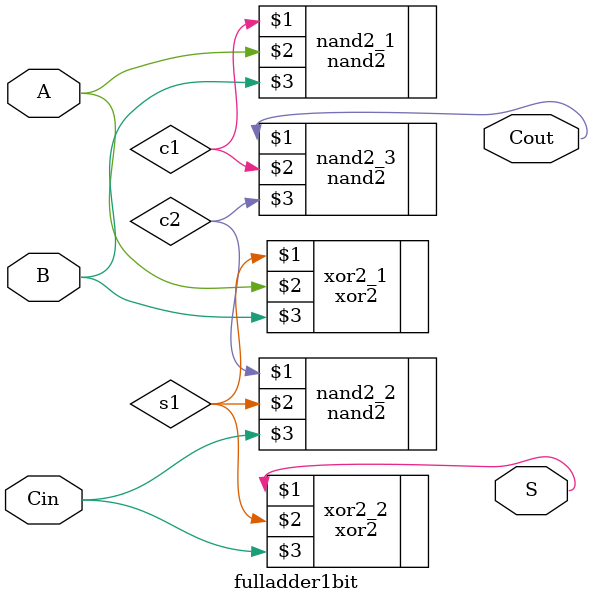
<source format=v>
`timescale 1ns / 1ps
module fulladder1bit(
    output S,
    output Cout,
    input A,
    input B,
    input Cin
    );

	wire s1, c1, c2;
	 
	// Sum.
	xor2 xor2_1(s1, A, B);
	xor2 xor2_2(S, s1, Cin);
	 
	// Carry Out
	nand2 nand2_1(c1, A, B);
	nand2 nand2_2(c2, s1, Cin);	 
	nand2 nand2_3(Cout, c1, c2);

endmodule

</source>
